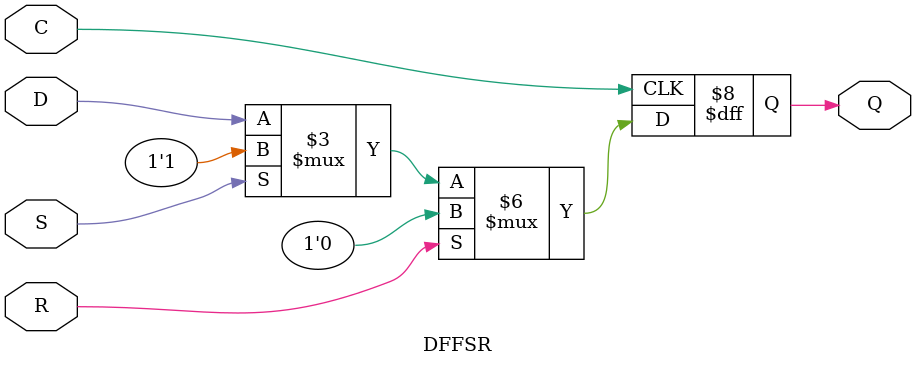
<source format=v>
module DFFSR (output Q, input C, S, R, D);

    reg Q;

    always @(posedge C) begin
        if (R) begin
            Q <= 0;
        end else if (S) begin
            Q <= 1;
        end else begin
            Q <= D;
        end
    end

endmodule
</source>
